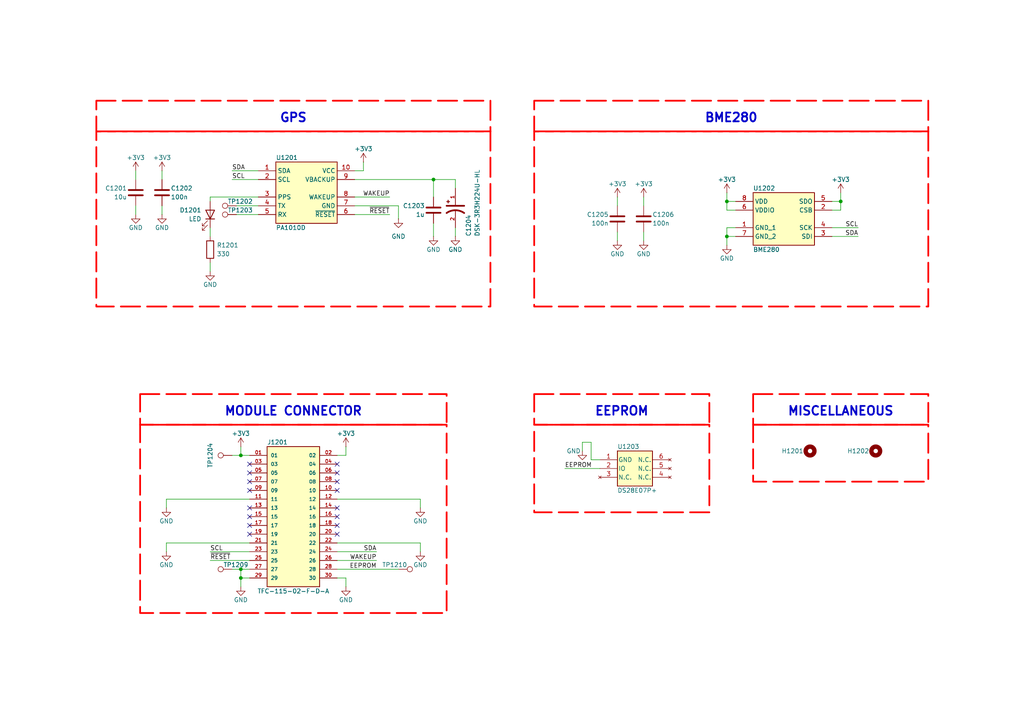
<source format=kicad_sch>
(kicad_sch (version 20231120) (generator "eeschema") (generator_version "8.0")
  (paper "A4")
  (title_block (title "Mountain Module") (date "2024-04-09") (company "MQuero"))
  (lib_symbols
    (symbol "Connector:TestPoint" (pin_numbers hide) (pin_names (offset 0.762) hide)
      (property "Reference" "TP" (at 0 6.858 0))
      (property "Value" "TestPoint" (at 0 5.08 0))
      (symbol "TestPoint_0_1"
        (circle (center 0 3.302) (radius 0.762))
      )
      (symbol "TestPoint_1_1"
        (pin passive line (at 0 0 90) (length 2.54) (name "1") (number "1"))
      )
    )
    (symbol "Device:C" (pin_numbers hide) (pin_names (offset 0.254))
      (property "Reference" "C" (at 0.635 2.54 0))
      (property "Value" "C" (at 0.635 -2.54 0))
      (symbol "C_0_1"
        (polyline (pts (xy -2.032 -0.762) (xy 2.032 -0.762)) (stroke (width 0.508)))
        (polyline (pts (xy -2.032 0.762) (xy 2.032 0.762)) (stroke (width 0.508)))
      )
      (symbol "C_1_1"
        (pin passive line (at 0 3.81 270) (length 2.794) (name "~") (number "1"))
        (pin passive line (at 0 -3.81 90) (length 2.794) (name "~") (number "2"))
      )
    )
    (symbol "Device:LED" (pin_numbers hide) (pin_names (offset 1.016) hide)
      (property "Reference" "D" (at 0 2.54 0))
      (property "Value" "LED" (at 0 -2.54 0))
      (symbol "LED_0_1"
        (polyline (pts (xy -1.27 -1.27) (xy -1.27 1.27)) (stroke (width 0.254)))
        (polyline (pts (xy -1.27 0) (xy 1.27 0)))
        (polyline (pts (xy 1.27 -1.27) (xy 1.27 1.27) (xy -1.27 0) (xy 1.27 -1.27)) (stroke (width 0.254)))
        (polyline (pts (xy -3.048 -0.762) (xy -4.572 -2.286) (xy -3.81 -2.286) (xy -4.572 -2.286) (xy -4.572 -1.524)))
        (polyline (pts (xy -1.778 -0.762) (xy -3.302 -2.286) (xy -2.54 -2.286) (xy -3.302 -2.286) (xy -3.302 -1.524)))
      )
      (symbol "LED_1_1"
        (pin passive line (at -3.81 0 0) (length 2.54) (name "K") (number "1"))
        (pin passive line (at 3.81 0 180) (length 2.54) (name "A") (number "2"))
      )
    )
    (symbol "Device:R" (pin_numbers hide) (pin_names (offset 0))
      (property "Reference" "R" (at 2.032 0 90))
      (property "Value" "R" (at 0 0 90))
      (symbol "R_0_1"
        (rectangle (start -1.016 -2.54) (end 1.016 2.54) (stroke (width 0.254)))
      )
      (symbol "R_1_1"
        (pin passive line (at 0 3.81 270) (length 1.27) (name "~") (number "1"))
        (pin passive line (at 0 -3.81 90) (length 1.27) (name "~") (number "2"))
      )
    )
    (symbol "Mechanical:MountingHole" (pin_names (offset 1.016)) (exclude_from_sim yes) (in_bom no)
      (property "Reference" "H" (at 0 5.08 0))
      (property "Value" "MountingHole" (at 0 3.175 0))
      (symbol "MountingHole_0_1"
        (circle (center 0 0) (radius 1.27) (stroke (width 1.27)))
      )
    )
    (symbol "TFG:BME280"
      (property "Reference" "U" (at 0 1.27 0))
      (property "Value" "BME280" (at 0 -16.51 0))
      (symbol "BME280_1_1"
        (rectangle (start 0 0) (end 17.78 -15.24) (stroke (width 0.254)) (fill (type background)))
        (pin unspecified line (at -5.08 -10.16 0) (length 5.08) (name "GND_1") (number "1"))
        (pin unspecified line (at 22.86 -5.08 180) (length 5.08) (name "CSB") (number "2"))
        (pin unspecified line (at 22.86 -12.7 180) (length 5.08) (name "SDI") (number "3"))
        (pin unspecified line (at 22.86 -10.16 180) (length 5.08) (name "SCK") (number "4"))
        (pin unspecified line (at 22.86 -2.54 180) (length 5.08) (name "SDO") (number "5"))
        (pin unspecified line (at -5.08 -5.08 0) (length 5.08) (name "VDDIO") (number "6"))
        (pin unspecified line (at -5.08 -12.7 0) (length 5.08) (name "GND_2") (number "7"))
        (pin unspecified line (at -5.08 -2.54 0) (length 5.08) (name "VDD") (number "8"))
      )
    )
    (symbol "TFG:DS28E07P+" (pin_names (offset 0.254))
      (property "Reference" "U" (at 0 1.27 0))
      (property "Value" "DS28E07P+" (at 0 -11.43 0))
      (symbol "DS28E07P+_0_1"
        (rectangle (start 0 0) (end 10.16 -10.16) (stroke (width 0.254)) (fill (type background)))
      )
      (symbol "DS28E07P+_1_1"
        (pin unspecified line (at -5.08 -2.54 0) (length 5.08) (name "GND") (number "1"))
        (pin unspecified line (at -5.08 -5.08 0) (length 5.08) (name "IO") (number "2"))
        (pin no_connect line (at -5.08 -7.62 0) (length 5.08) (name "N.C.") (number "3"))
        (pin no_connect line (at 15.24 -7.62 180) (length 5.08) (name "N.C.") (number "4"))
        (pin no_connect line (at 15.24 -5.08 180) (length 5.08) (name "N.C.") (number "5"))
        (pin no_connect line (at 15.24 -2.54 180) (length 5.08) (name "N.C.") (number "6"))
      )
    )
    (symbol "TFG:DSK-3R3H224U-HL" (pin_names (offset 1.016))
      (property "Reference" "C" (at 3.81 1.27 0))
      (property "Value" "DSK-3R3H224U-HL" (at 3.81 -1.27 0))
      (symbol "DSK-3R3H224U-HL_0_0"
        (rectangle (start -2.54 2.54) (end -1.6471 2.4062) (stroke (width 0.127)) (fill (type outline)))
        (rectangle (start -2.1635 2.9346) (end -2.0281 2.0252) (stroke (width 0.127)) (fill (type outline)))
      )
      (symbol "DSK-3R3H224U-HL_0_1"
        (polyline (pts (xy -2.54 1.27) (xy 2.54 1.27)) (stroke (width 0.508)))
      )
      (symbol "DSK-3R3H224U-HL_1_0"
        (arc (start 2.54 -0.8177) (mid 0 -0.0168) (end -2.54 -0.8177) (stroke (width 0.508)))
        (pin passive line (at 0 6.35 270) (length 5.08) (name "~") (number "1"))
        (pin passive line (at 0 -5.08 90) (length 5.08) (name "~") (number "2"))
      )
    )
    (symbol "TFG:PA1010D"
      (property "Reference" "U" (at 0 1.27 0))
      (property "Value" "PA1010D" (at 0 -19.05 0))
      (symbol "PA1010D_1_1"
        (rectangle (start 0 0) (end 17.78 -17.78) (stroke (width 0.254)) (fill (type background)))
        (pin unspecified line (at -5.08 -2.54 0) (length 5.08) (name "SDA") (number "1"))
        (pin unspecified line (at 22.86 -2.54 180) (length 5.08) (name "VCC") (number "10"))
        (pin unspecified line (at -5.08 -5.08 0) (length 5.08) (name "SCL") (number "2"))
        (pin unspecified line (at -5.08 -10.16 0) (length 5.08) (name "PPS") (number "3"))
        (pin unspecified line (at -5.08 -12.7 0) (length 5.08) (name "TX") (number "4"))
        (pin unspecified line (at -5.08 -15.24 0) (length 5.08) (name "RX") (number "5"))
        (pin unspecified line (at 22.86 -15.24 180) (length 5.08) (name "~{RESET}") (number "6"))
        (pin unspecified line (at 22.86 -12.7 180) (length 5.08) (name "GND") (number "7"))
        (pin unspecified line (at 22.86 -10.16 180) (length 5.08) (name "WAKEUP") (number "8"))
        (pin unspecified line (at 22.86 -5.08 180) (length 5.08) (name "VBACKUP") (number "9"))
      )
    )
    (symbol "TFG:TFC-115-02-F-D-A" (pin_names (offset 1.016))
      (property "Reference" "J" (at 0 1.27 0))
      (property "Value" "TFC-115-02-F-D-A" (at 0 -41.91 0))
      (symbol "TFC-115-02-F-D-A_0_0"
        (rectangle (start 0 0) (end 15.24 -40.64) (stroke (width 0.254)) (fill (type background)))
        (pin unspecified line (at -5.08 -2.54 0) (length 5.08) (name "01") (number "01"))
        (pin unspecified line (at 20.32 -2.54 180) (length 5.08) (name "02") (number "02"))
        (pin unspecified line (at -5.08 -5.08 0) (length 5.08) (name "03") (number "03"))
        (pin unspecified line (at 20.32 -5.08 180) (length 5.08) (name "04") (number "04"))
        (pin unspecified line (at -5.08 -7.62 0) (length 5.08) (name "05") (number "05"))
        (pin unspecified line (at 20.32 -7.62 180) (length 5.08) (name "06") (number "06"))
        (pin unspecified line (at -5.08 -10.16 0) (length 5.08) (name "07") (number "07"))
        (pin unspecified line (at 20.32 -10.16 180) (length 5.08) (name "08") (number "08"))
        (pin unspecified line (at -5.08 -12.7 0) (length 5.08) (name "09") (number "09"))
        (pin unspecified line (at 20.32 -12.7 180) (length 5.08) (name "10") (number "10"))
        (pin unspecified line (at -5.08 -15.24 0) (length 5.08) (name "11") (number "11"))
        (pin unspecified line (at 20.32 -15.24 180) (length 5.08) (name "12") (number "12"))
        (pin unspecified line (at -5.08 -17.78 0) (length 5.08) (name "13") (number "13"))
        (pin unspecified line (at 20.32 -17.78 180) (length 5.08) (name "14") (number "14"))
        (pin unspecified line (at -5.08 -20.32 0) (length 5.08) (name "15") (number "15"))
        (pin unspecified line (at 20.32 -20.32 180) (length 5.08) (name "16") (number "16"))
        (pin unspecified line (at -5.08 -22.86 0) (length 5.08) (name "17") (number "17"))
        (pin unspecified line (at 20.32 -22.86 180) (length 5.08) (name "18") (number "18"))
        (pin unspecified line (at -5.08 -25.4 0) (length 5.08) (name "19") (number "19"))
        (pin unspecified line (at 20.32 -25.4 180) (length 5.08) (name "20") (number "20"))
        (pin unspecified line (at -5.08 -27.94 0) (length 5.08) (name "21") (number "21"))
        (pin unspecified line (at 20.32 -27.94 180) (length 5.08) (name "22") (number "22"))
        (pin unspecified line (at -5.08 -30.48 0) (length 5.08) (name "23") (number "23"))
        (pin unspecified line (at 20.32 -30.48 180) (length 5.08) (name "24") (number "24"))
        (pin unspecified line (at -5.08 -33.02 0) (length 5.08) (name "25") (number "25"))
        (pin unspecified line (at 20.32 -33.02 180) (length 5.08) (name "26") (number "26"))
        (pin unspecified line (at -5.08 -35.56 0) (length 5.08) (name "27") (number "27"))
        (pin unspecified line (at 20.32 -35.56 180) (length 5.08) (name "28") (number "28"))
        (pin unspecified line (at -5.08 -38.1 0) (length 5.08) (name "29") (number "29"))
        (pin unspecified line (at 20.32 -38.1 180) (length 5.08) (name "30") (number "30"))
      )
    )
    (symbol "power:+3V3" (power) (pin_numbers hide) (pin_names (offset 0) hide)
      (property "Value" "+3V3" (at 0 3.556 0))
      (symbol "+3V3_0_1"
        (polyline (pts (xy -0.762 1.27) (xy 0 2.54)))
        (polyline (pts (xy 0 0) (xy 0 2.54)))
        (polyline (pts (xy 0 2.54) (xy 0.762 1.27)))
      )
      (symbol "+3V3_1_1"
        (pin power_in line (at 0 0 90) (length 0) (name "~") (number "1"))
      )
    )
    (symbol "power:GND" (power) (pin_numbers hide) (pin_names (offset 0) hide)
      (property "Value" "GND" (at 0 -3.81 0))
      (symbol "GND_0_1"
        (polyline (pts (xy 0 0) (xy 0 -1.27) (xy 1.27 -1.27) (xy 0 -2.54) (xy -1.27 -1.27) (xy 0 -1.27)))
      )
      (symbol "GND_1_1"
        (pin power_in line (at 0 0 270) (length 0) (name "~") (number "1"))
      )
    )
  )
  (junction (at 69.85 132.08))
  (junction (at 125.73 52.07))
  (junction (at 210.82 68.58))
  (junction (at 243.84 58.42))
  (junction (at 69.85 167.64))
  (junction (at 210.82 58.42))
  (junction (at 69.85 165.1))
  (no_connect (at 97.79 139.7))
  (no_connect (at 72.39 137.16))
  (no_connect (at 72.39 147.32))
  (no_connect (at 97.79 142.24))
  (no_connect (at 72.39 149.86))
  (no_connect (at 72.39 134.62))
  (no_connect (at 97.79 152.4))
  (no_connect (at 97.79 147.32))
  (no_connect (at 97.79 134.62))
  (no_connect (at 97.79 137.16))
  (no_connect (at 97.79 154.94))
  (no_connect (at 72.39 152.4))
  (no_connect (at 72.39 154.94))
  (no_connect (at 97.79 149.86))
  (no_connect (at 72.39 142.24))
  (no_connect (at 72.39 139.7))
  (wire (pts (xy 241.3 66.04) (xy 248.92 66.04)))
  (wire (pts (xy 105.41 49.53) (xy 105.41 46.99)))
  (wire (pts (xy 173.99 133.35) (xy 171.45 133.35)))
  (wire (pts (xy 67.31 52.07) (xy 74.93 52.07)))
  (wire (pts (xy 69.85 165.1) (xy 72.39 165.1)))
  (wire (pts (xy 121.92 157.48) (xy 121.92 160.02)))
  (wire (pts (xy 163.83 135.89) (xy 173.99 135.89)))
  (wire (pts (xy 210.82 71.12) (xy 210.82 68.58)))
  (wire (pts (xy 171.45 133.35) (xy 171.45 128.27)))
  (wire (pts (xy 100.33 167.64) (xy 100.33 170.18)))
  (wire (pts (xy 168.91 128.27) (xy 168.91 130.81)))
  (wire (pts (xy 97.79 160.02) (xy 109.22 160.02)))
  (wire (pts (xy 132.08 52.07) (xy 125.73 52.07)))
  (wire (pts (xy 125.73 52.07) (xy 125.73 57.15)))
  (wire (pts (xy 102.87 49.53) (xy 105.41 49.53)))
  (wire (pts (xy 48.26 144.78) (xy 48.26 147.32)))
  (wire (pts (xy 241.3 60.96) (xy 243.84 60.96)))
  (wire (pts (xy 210.82 66.04) (xy 213.36 66.04)))
  (wire (pts (xy 243.84 60.96) (xy 243.84 58.42)))
  (wire (pts (xy 241.3 58.42) (xy 243.84 58.42)))
  (wire (pts (xy 210.82 68.58) (xy 210.82 66.04)))
  (wire (pts (xy 72.39 144.78) (xy 48.26 144.78)))
  (wire (pts (xy 132.08 52.07) (xy 132.08 54.61)))
  (wire (pts (xy 68.58 62.23) (xy 74.93 62.23)))
  (wire (pts (xy 39.37 49.53) (xy 39.37 52.07)))
  (wire (pts (xy 125.73 64.77) (xy 125.73 68.58)))
  (wire (pts (xy 186.69 67.31) (xy 186.69 69.85)))
  (wire (pts (xy 102.87 62.23) (xy 113.03 62.23)))
  (wire (pts (xy 67.31 132.08) (xy 69.85 132.08)))
  (wire (pts (xy 100.33 167.64) (xy 97.79 167.64)))
  (wire (pts (xy 210.82 58.42) (xy 210.82 60.96)))
  (wire (pts (xy 46.99 59.69) (xy 46.99 62.23)))
  (wire (pts (xy 243.84 58.42) (xy 243.84 55.88)))
  (wire (pts (xy 100.33 132.08) (xy 97.79 132.08)))
  (wire (pts (xy 100.33 129.54) (xy 100.33 132.08)))
  (wire (pts (xy 102.87 59.69) (xy 115.57 59.69)))
  (wire (pts (xy 121.92 144.78) (xy 121.92 147.32)))
  (wire (pts (xy 60.96 66.04) (xy 60.96 68.58)))
  (wire (pts (xy 210.82 58.42) (xy 213.36 58.42)))
  (wire (pts (xy 179.07 67.31) (xy 179.07 69.85)))
  (wire (pts (xy 102.87 57.15) (xy 113.03 57.15)))
  (wire (pts (xy 46.99 49.53) (xy 46.99 52.07)))
  (wire (pts (xy 132.08 66.04) (xy 132.08 68.58)))
  (wire (pts (xy 69.85 167.64) (xy 69.85 165.1)))
  (wire (pts (xy 39.37 59.69) (xy 39.37 62.23)))
  (wire (pts (xy 67.31 165.1) (xy 69.85 165.1)))
  (wire (pts (xy 60.96 58.42) (xy 60.96 57.15)))
  (wire (pts (xy 60.96 57.15) (xy 74.93 57.15)))
  (wire (pts (xy 97.79 165.1) (xy 115.57 165.1)))
  (wire (pts (xy 210.82 68.58) (xy 213.36 68.58)))
  (wire (pts (xy 97.79 144.78) (xy 121.92 144.78)))
  (wire (pts (xy 60.96 162.56) (xy 72.39 162.56)))
  (wire (pts (xy 97.79 157.48) (xy 121.92 157.48)))
  (wire (pts (xy 241.3 68.58) (xy 248.92 68.58)))
  (wire (pts (xy 60.96 160.02) (xy 72.39 160.02)))
  (wire (pts (xy 60.96 76.2) (xy 60.96 78.74)))
  (wire (pts (xy 72.39 157.48) (xy 48.26 157.48)))
  (wire (pts (xy 125.73 52.07) (xy 102.87 52.07)))
  (wire (pts (xy 210.82 60.96) (xy 213.36 60.96)))
  (wire (pts (xy 186.69 57.15) (xy 186.69 59.69)))
  (wire (pts (xy 69.85 167.64) (xy 72.39 167.64)))
  (wire (pts (xy 69.85 129.54) (xy 69.85 132.08)))
  (wire (pts (xy 115.57 59.69) (xy 115.57 63.5)))
  (wire (pts (xy 210.82 55.88) (xy 210.82 58.42)))
  (wire (pts (xy 68.58 59.69) (xy 74.93 59.69)))
  (wire (pts (xy 97.79 162.56) (xy 109.22 162.56)))
  (wire (pts (xy 171.45 128.27) (xy 168.91 128.27)))
  (wire (pts (xy 67.31 49.53) (xy 74.93 49.53)))
  (wire (pts (xy 48.26 157.48) (xy 48.26 160.02)))
  (wire (pts (xy 69.85 132.08) (xy 72.39 132.08)))
  (wire (pts (xy 179.07 57.15) (xy 179.07 59.69)))
  (wire (pts (xy 69.85 167.64) (xy 69.85 170.18)))
  (rectangle (start 218.44 123.19) (end 269.24 139.7) (stroke (width 0.508) (type dash) (color 255 0 0 1)))
  (rectangle (start 218.44 114.3) (end 269.24 123.19) (stroke (width 0.508) (type dash) (color 255 0 0 1)))
  (rectangle (start 154.94 29.21) (end 269.24 38.1) (stroke (width 0.508) (type dash) (color 255 0 0 1)))
  (rectangle (start 154.94 38.1) (end 269.24 88.9) (stroke (width 0.508) (type dash) (color 255 0 0 1)))
  (rectangle (start 40.64 123.19) (end 129.54 177.8) (stroke (width 0.508) (type dash) (color 255 0 0 1)))
  (rectangle (start 27.94 38.1) (end 142.24 88.9) (stroke (width 0.508) (type dash) (color 255 0 0 1)))
  (rectangle (start 154.94 123.19) (end 205.74 148.59) (stroke (width 0.508) (type dash) (color 255 0 0 1)))
  (rectangle (start 154.94 114.3) (end 205.74 123.19) (stroke (width 0.508) (type dash) (color 255 0 0 1)))
  (rectangle (start 27.94 29.21) (end 142.24 38.1) (stroke (width 0.508) (type dash) (color 255 0 0 1)))
  (rectangle (start 40.64 114.3) (end 129.54 123.19) (stroke (width 0.508) (type dash) (color 255 0 0 1)))
  (text "MISCELLANEOUS" (at 243.84 119.38 0) (effects (font (size 2.54 2.54) (thickness 0.508) (bold yes))))
  (text "BME280" (at 212.09 34.29 0) (effects (font (size 2.54 2.54) (thickness 0.508) (bold yes))))
  (text "MODULE CONNECTOR" (at 85.09 119.38 0) (effects (font (size 2.54 2.54) (thickness 0.508) (bold yes))))
  (text "EEPROM" (at 180.34 119.38 0) (effects (font (size 2.54 2.54) (thickness 0.508) (bold yes))))
  (text "GPS" (at 85.09 34.29 0) (effects (font (size 2.54 2.54) (thickness 0.508) (bold yes))))
  (label "SCL" (at 248.92 66.04 180))
  (label "WAKEUP" (at 113.03 57.15 180))
  (label "SDA" (at 248.92 68.58 180))
  (label "EEPROM" (at 163.83 135.89 0))
  (label "EEPROM" (at 109.22 165.1 180))
  (label "WAKEUP" (at 109.22 162.56 180))
  (label "~{RESET}" (at 60.96 162.56 0))
  (label "SCL" (at 60.96 160.02 0))
  (label "~{RESET}" (at 113.03 62.23 180))
  (label "SCL" (at 67.31 52.07 0))
  (label "SDA" (at 67.31 49.53 0))
  (label "SDA" (at 109.22 160.02 180))
  (symbol (lib_id "power:GND") (at 125.73 68.58 0) (unit 1)
    (property "Reference" "#PWR01211" (effects (hide yes)))
    (property "Value" "GND" (at 125.73 72.39 0))
    (property "Description" "Power symbol creates a global label with name \"GND\" , ground" (effects (hide yes)))
  )
  (symbol (lib_id "power:+3V3") (at 179.07 57.15 0) (unit 1)
    (property "Reference" "#PWR01206" (effects (hide yes)))
    (property "Value" "+3V3" (at 179.07 53.34 0))
    (property "Description" "Power symbol creates a global label with name \"+3V3\"" (effects (hide yes)))
  )
  (symbol (lib_id "power:+3V3") (at 105.41 46.99 0) (unit 1)
    (property "Reference" "#PWR01201" (effects (hide yes)))
    (property "Value" "+3V3" (at 105.41 43.18 0))
    (property "Description" "Power symbol creates a global label with name \"+3V3\"" (effects (hide yes)))
  )
  (symbol (lib_id "Device:LED") (at 60.96 62.23 270) (mirror x) (unit 1)
    (property "Reference" "D1201" (at 58.42 60.96 90) (effects (justify right)))
    (property "Value" "LED" (at 58.42 63.5 90) (effects (justify right)))
    (property "Footprint" "LED_SMD:LED_0603_1608Metric" (effects (hide yes)))
    (property "Description" "Light emitting diode" (effects (hide yes)))
  )
  (symbol (lib_id "power:+3V3") (at 69.85 129.54 0) (unit 1)
    (property "Reference" "#PWR01217" (effects (hide yes)))
    (property "Value" "+3V3" (at 69.85 125.73 0))
    (property "Description" "Power symbol creates a global label with name \"+3V3\"" (effects (hide yes)))
  )
  (symbol (lib_id "power:GND") (at 46.99 62.23 0) (mirror y) (unit 1)
    (property "Reference" "#PWR01209" (effects (hide yes)))
    (property "Value" "GND" (at 46.99 66.04 0))
    (property "Description" "Power symbol creates a global label with name \"GND\" , ground" (effects (hide yes)))
  )
  (symbol (lib_id "power:+3V3") (at 186.69 57.15 0) (mirror y) (unit 1)
    (property "Reference" "#PWR01207" (effects (hide yes)))
    (property "Value" "+3V3" (at 186.69 53.34 0))
    (property "Description" "Power symbol creates a global label with name \"+3V3\"" (effects (hide yes)))
  )
  (symbol (lib_id "Device:C") (at 39.37 55.88 0) (mirror y) (unit 1)
    (property "Reference" "C1201" (at 36.83 54.61 0) (effects (justify left)))
    (property "Value" "10u" (at 36.83 57.1499 0) (effects (justify left)))
    (property "Footprint" "Capacitor_SMD:C_0402_1005Metric" (effects (hide yes)))
    (property "Description" "Unpolarized capacitor" (effects (hide yes)))
  )
  (symbol (lib_id "power:GND") (at 39.37 62.23 0) (unit 1)
    (property "Reference" "#PWR01208" (effects (hide yes)))
    (property "Value" "GND" (at 39.37 66.04 0))
    (property "Description" "Power symbol creates a global label with name \"GND\" , ground" (effects (hide yes)))
  )
  (symbol (lib_id "Connector:TestPoint") (at 115.57 165.1 270) (mirror x) (unit 1)
    (property "Reference" "TP1210" (at 118.11 163.83 90) (effects (justify right)))
    (property "Value" "TestPoint" (effects (hide yes)))
    (property "Footprint" "TestPoint:TestPoint_Pad_D1.0mm" (effects (hide yes)))
    (property "Description" "test point" (effects (hide yes)))
  )
  (symbol (lib_id "Device:C") (at 179.07 63.5 0) (mirror y) (unit 1)
    (property "Reference" "C1205" (at 176.53 62.23 0) (effects (justify left)))
    (property "Value" "100n" (at 176.53 64.77 0) (effects (justify left)))
    (property "Footprint" "Capacitor_SMD:C_0402_1005Metric" (effects (hide yes)))
    (property "Description" "Unpolarized capacitor" (effects (hide yes)))
  )
  (symbol (lib_id "TFG:DS28E07P+") (at 179.07 130.81 0) (unit 1)
    (property "Reference" "U1203" (at 179.07 129.54 0) (effects (justify left)))
    (property "Value" "DS28E07P+" (at 179.07 142.24 0) (effects (justify left)))
    (property "Footprint" "TFG:DS28E07P+" (effects (hide yes)))
    (property "Datasheet" "https://www.analog.com/media/en/technical-documentation/data-sheets/DS28E07.pdf" (effects (hide yes)))
    (property "Description" "IC EEPROM 1KBIT 1-WIRE 6TSOC" (effects (hide yes)))
    (property "MQ PN" "TFGIC003" (effects (hide yes)))
  )
  (symbol (lib_id "power:GND") (at 186.69 69.85 0) (mirror y) (unit 1)
    (property "Reference" "#PWR01214" (effects (hide yes)))
    (property "Value" "GND" (at 186.69 73.66 0))
    (property "Description" "Power symbol creates a global label with name \"GND\" , ground" (effects (hide yes)))
  )
  (symbol (lib_id "Connector:TestPoint") (at 67.31 132.08 90) (unit 1)
    (property "Reference" "TP1204" (at 60.96 132.08 0))
    (property "Value" "TestPoint" (effects (hide yes)))
    (property "Footprint" "TestPoint:TestPoint_Pad_D1.0mm" (effects (hide yes)))
    (property "Description" "test point" (effects (hide yes)))
  )
  (symbol (lib_id "power:GND") (at 121.92 147.32 0) (mirror y) (unit 1)
    (property "Reference" "#PWR01221" (effects (hide yes)))
    (property "Value" "GND" (at 121.92 151.13 0))
    (property "Description" "Power symbol creates a global label with name \"GND\" , ground" (effects (hide yes)))
  )
  (symbol (lib_id "Mechanical:MountingHole") (at 254 130.81 0) (unit 1) (exclude_from_sim yes) (in_bom no)
    (property "Reference" "H1202" (at 248.92 130.81 0))
    (property "Value" "MountingHole" (effects (hide yes)))
    (property "Footprint" "MountingHole:MountingHole_2.2mm_M2" (effects (hide yes)))
    (property "Description" "Mounting Hole without connection" (effects (hide yes)))
  )
  (symbol (lib_id "power:GND") (at 69.85 170.18 0) (unit 1)
    (property "Reference" "#PWR01224" (effects (hide yes)))
    (property "Value" "GND" (at 69.85 173.99 0))
    (property "Description" "Power symbol creates a global label with name \"GND\" , ground" (effects (hide yes)))
  )
  (symbol (lib_id "Device:R") (at 60.96 72.39 0) (mirror x) (unit 1)
    (property "Reference" "R1201" (at 66.04 71.12 0))
    (property "Value" "330" (at 64.77 73.66 0))
    (property "Footprint" "Resistor_SMD:R_0402_1005Metric" (effects (hide yes)))
    (property "Description" "Resistor" (effects (hide yes)))
  )
  (symbol (lib_id "power:+3V3") (at 100.33 129.54 0) (mirror y) (unit 1)
    (property "Reference" "#PWR01218" (effects (hide yes)))
    (property "Value" "+3V3" (at 100.33 125.73 0))
    (property "Description" "Power symbol creates a global label with name \"+3V3\"" (effects (hide yes)))
  )
  (symbol (lib_id "power:GND") (at 48.26 160.02 0) (unit 1)
    (property "Reference" "#PWR01222" (effects (hide yes)))
    (property "Value" "GND" (at 48.26 163.83 0))
    (property "Description" "Power symbol creates a global label with name \"GND\" , ground" (effects (hide yes)))
  )
  (symbol (lib_id "TFG:BME280") (at 218.44 55.88 0) (unit 1)
    (property "Reference" "U1202" (at 218.44 54.61 0) (effects (justify left)))
    (property "Value" "BME280" (at 218.44 72.39 0) (effects (justify left)))
    (property "Footprint" "TFG:BME280" (effects (hide yes)))
    (property "Datasheet" "https://www.bosch-sensortec.com/media/boschsensortec/downloads/datasheets/bst-bme280-ds002.pdf" (effects (hide yes)))
    (property "Description" "SENSOR PRESSURE HUMIDITY TEMP" (effects (hide yes)))
    (property "MQ PN" "TFGIC010" (effects (hide yes)))
  )
  (symbol (lib_id "power:GND") (at 132.08 68.58 0) (unit 1)
    (property "Reference" "#PWR01212" (effects (hide yes)))
    (property "Value" "GND" (at 132.08 72.39 0))
    (property "Description" "Power symbol creates a global label with name \"GND\" , ground" (effects (hide yes)))
  )
  (symbol (lib_id "Device:C") (at 125.73 60.96 0) (mirror y) (unit 1)
    (property "Reference" "C1203" (at 123.19 59.69 0) (effects (justify left)))
    (property "Value" "1u" (at 123.19 62.2299 0) (effects (justify left)))
    (property "Footprint" "Capacitor_SMD:C_0402_1005Metric" (effects (hide yes)))
    (property "Description" "Unpolarized capacitor" (effects (hide yes)))
  )
  (symbol (lib_id "power:GND") (at 121.92 160.02 0) (mirror y) (unit 1)
    (property "Reference" "#PWR01223" (effects (hide yes)))
    (property "Value" "GND" (at 121.92 163.83 0))
    (property "Description" "Power symbol creates a global label with name \"GND\" , ground" (effects (hide yes)))
  )
  (symbol (lib_id "Mechanical:MountingHole") (at 234.95 130.81 0) (unit 1) (exclude_from_sim yes) (in_bom no)
    (property "Reference" "H1201" (at 229.87 130.81 0))
    (property "Value" "MountingHole" (effects (hide yes)))
    (property "Footprint" "MountingHole:MountingHole_2.2mm_M2" (effects (hide yes)))
    (property "Description" "Mounting Hole without connection" (effects (hide yes)))
  )
  (symbol (lib_id "Connector:TestPoint") (at 68.58 59.69 90) (unit 1)
    (property "Reference" "TP1202" (at 66.04 58.42 90) (effects (justify right)))
    (property "Value" "TestPoint" (effects (hide yes)))
    (property "Footprint" "TestPoint:TestPoint_Pad_D1.0mm" (effects (hide yes)))
    (property "Description" "test point" (effects (hide yes)))
  )
  (symbol (lib_id "power:GND") (at 168.91 130.81 0) (unit 1)
    (property "Reference" "#PWR01219" (effects (hide yes)))
    (property "Value" "GND" (at 166.37 130.81 0))
    (property "Description" "Power symbol creates a global label with name \"GND\" , ground" (effects (hide yes)))
  )
  (symbol (lib_id "power:+3V3") (at 39.37 49.53 0) (unit 1)
    (property "Reference" "#PWR01202" (effects (hide yes)))
    (property "Value" "+3V3" (at 39.37 45.72 0))
    (property "Description" "Power symbol creates a global label with name \"+3V3\"" (effects (hide yes)))
  )
  (symbol (lib_id "TFG:PA1010D") (at 80.01 46.99 0) (unit 1)
    (property "Reference" "U1201" (at 80.01 45.72 0) (effects (justify left)))
    (property "Value" "PA1010D" (at 80.01 66.04 0) (effects (justify left)))
    (property "Footprint" "TFG:PA1010D" (effects (hide yes)))
    (property "Datasheet" "https://cdn-learn.adafruit.com/assets/assets/000/084/295/original/CD_PA1010D_Datasheet_v.03.pdf?1573833002" (effects (hide yes)))
    (property "Description" "GPS" (effects (hide yes)))
    (property "MQ PN" "TFGIC009" (effects (hide yes)))
  )
  (symbol (lib_id "power:GND") (at 100.33 170.18 0) (mirror y) (unit 1)
    (property "Reference" "#PWR01225" (effects (hide yes)))
    (property "Value" "GND" (at 100.33 173.99 0))
    (property "Description" "Power symbol creates a global label with name \"GND\" , ground" (effects (hide yes)))
  )
  (symbol (lib_id "power:GND") (at 179.07 69.85 0) (unit 1)
    (property "Reference" "#PWR01213" (effects (hide yes)))
    (property "Value" "GND" (at 179.07 73.66 0))
    (property "Description" "Power symbol creates a global label with name \"GND\" , ground" (effects (hide yes)))
  )
  (symbol (lib_id "power:+3V3") (at 46.99 49.53 0) (mirror y) (unit 1)
    (property "Reference" "#PWR01203" (effects (hide yes)))
    (property "Value" "+3V3" (at 46.99 45.72 0))
    (property "Description" "Power symbol creates a global label with name \"+3V3\"" (effects (hide yes)))
  )
  (symbol (lib_id "Connector:TestPoint") (at 68.58 62.23 90) (unit 1)
    (property "Reference" "TP1203" (at 66.04 60.96 90) (effects (justify right)))
    (property "Value" "TestPoint" (effects (hide yes)))
    (property "Footprint" "TestPoint:TestPoint_Pad_D1.0mm" (effects (hide yes)))
    (property "Description" "test point" (effects (hide yes)))
  )
  (symbol (lib_id "power:GND") (at 210.82 71.12 0) (mirror y) (unit 1)
    (property "Reference" "#PWR01215" (effects (hide yes)))
    (property "Value" "GND" (at 210.82 74.93 0))
    (property "Description" "Power symbol creates a global label with name \"GND\" , ground" (effects (hide yes)))
  )
  (symbol (lib_id "power:GND") (at 60.96 78.74 0) (unit 1)
    (property "Reference" "#PWR01216" (effects (hide yes)))
    (property "Value" "GND" (at 60.96 82.55 0))
    (property "Description" "Power symbol creates a global label with name \"GND\" , ground" (effects (hide yes)))
  )
  (symbol (lib_id "power:GND") (at 115.57 63.5 0) (unit 1)
    (property "Reference" "#PWR01210" (effects (hide yes)))
    (property "Value" "GND" (at 115.57 68.58 0))
    (property "Description" "Power symbol creates a global label with name \"GND\" , ground" (effects (hide yes)))
  )
  (symbol (lib_id "Connector:TestPoint") (at 67.31 165.1 90) (unit 1)
    (property "Reference" "TP1209" (at 64.77 163.83 90) (effects (justify right)))
    (property "Value" "TestPoint" (effects (hide yes)))
    (property "Footprint" "TestPoint:TestPoint_Pad_D1.0mm" (effects (hide yes)))
    (property "Description" "test point" (effects (hide yes)))
  )
  (symbol (lib_id "TFG:DSK-3R3H224U-HL") (at 132.08 60.96 0) (unit 1)
    (property "Reference" "C1204" (at 135.89 68.58 90) (effects (justify left)))
    (property "Value" "DSK-3R3H224U-HL" (at 138.43 68.58 90) (effects (justify left)))
    (property "Footprint" "TFG:DSK-3R3H224U-HL" (effects (hide yes)))
    (property "Datasheet" "https://mm.digikey.com/Volume0/opasdata/d220001/medias/docus/875/DS%2CDSK.pdf" (effects (hide yes)))
    (property "Description" "CAP 220MF -20% +80% 3.3V SMD" (effects (hide yes)))
    (property "MQ PN" "TFGC002" (effects (hide yes)))
  )
  (symbol (lib_id "power:+3V3") (at 243.84 55.88 0) (mirror y) (unit 1)
    (property "Reference" "#PWR01205" (effects (hide yes)))
    (property "Value" "+3V3" (at 243.84 52.07 0))
    (property "Description" "Power symbol creates a global label with name \"+3V3\"" (effects (hide yes)))
  )
  (symbol (lib_id "power:+3V3") (at 210.82 55.88 0) (mirror y) (unit 1)
    (property "Reference" "#PWR01204" (effects (hide yes)))
    (property "Value" "+3V3" (at 210.82 52.07 0))
    (property "Description" "Power symbol creates a global label with name \"+3V3\"" (effects (hide yes)))
  )
  (symbol (lib_id "power:GND") (at 48.26 147.32 0) (unit 1)
    (property "Reference" "#PWR01220" (effects (hide yes)))
    (property "Value" "GND" (at 48.26 151.13 0))
    (property "Description" "Power symbol creates a global label with name \"GND\" , ground" (effects (hide yes)))
  )
  (symbol (lib_id "Device:C") (at 46.99 55.88 0) (unit 1)
    (property "Reference" "C1202" (at 49.53 54.61 0) (effects (justify left)))
    (property "Value" "100n" (at 49.53 57.1499 0) (effects (justify left)))
    (property "Footprint" "Capacitor_SMD:C_0402_1005Metric" (effects (hide yes)))
    (property "Description" "Unpolarized capacitor" (effects (hide yes)))
  )
  (symbol (lib_id "Device:C") (at 186.69 63.5 0) (unit 1)
    (property "Reference" "C1206" (at 189.23 62.23 0) (effects (justify left)))
    (property "Value" "100n" (at 189.23 64.77 0) (effects (justify left)))
    (property "Footprint" "Capacitor_SMD:C_0402_1005Metric" (effects (hide yes)))
    (property "Description" "Unpolarized capacitor" (effects (hide yes)))
  )
  (symbol (lib_id "TFG:TFC-115-02-F-D-A") (at 77.47 129.54 0) (unit 1)
    (property "Reference" "J1201" (at 77.47 128.27 0) (effects (justify left)))
    (property "Value" "TFC-115-02-F-D-A" (at 85.09 171.45 0))
    (property "Footprint" "TFG:TFC-115-02-F-D-A" (effects (hide yes)))
    (property "Datasheet" "https://suddendocs.samtec.com/catalog_english/tfc.pdf" (effects (hide yes)))
    (property "Description" "CONN HEADER SMD 30POS 1.27MM" (effects (hide yes)))
    (property "MQ PN" "TFGJ005 " (effects (hide yes)))
  )
)
</source>
